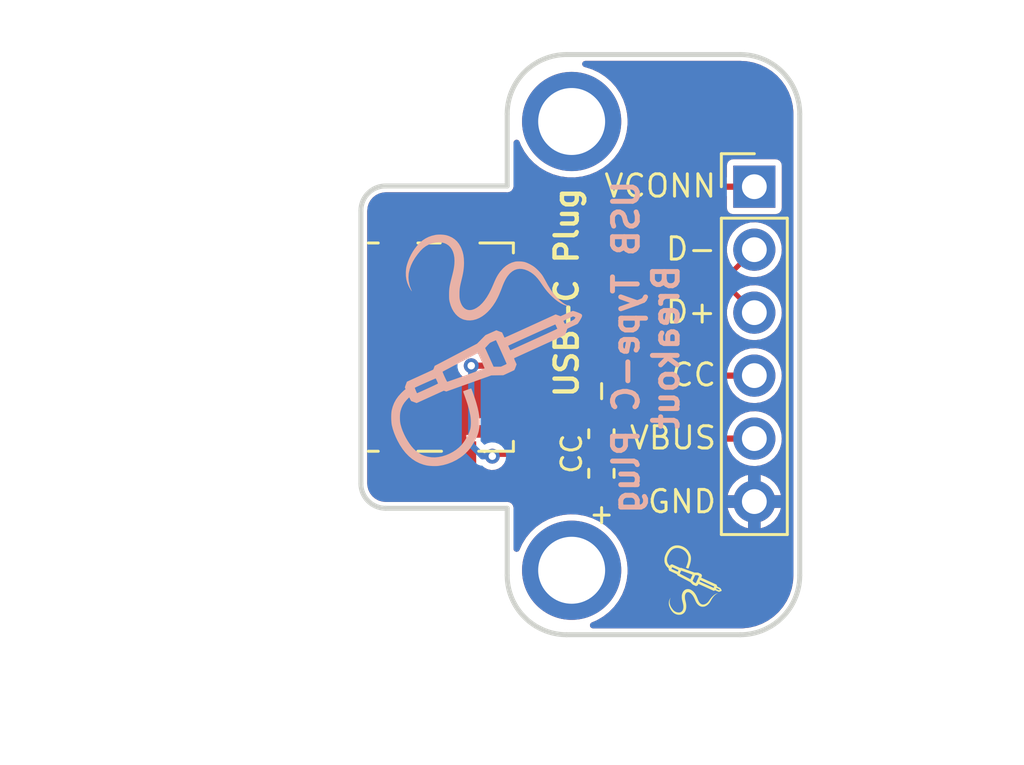
<source format=kicad_pcb>
(kicad_pcb (version 20201116) (generator pcbnew)
  (layers (0 "F.Cu" signal) (31 "B.Cu" signal) (34 "B.Paste" user) (35 "F.Paste" user) (36 "B.SilkS" user "B.Silkscreen") (37 "F.SilkS" user "F.Silkscreen") (38 "B.Mask" user) (39 "F.Mask" user) (44 "Edge.Cuts" user))
  (net 0 "")
  (net 1 "/D+")
  (net 2 "/D-")
  (net 3 "/VCONN")
  (net 4 "/CC")
  (net 5 "GND")
  (net 6 "VBUS")
  (footprint "Connector_USB_Extra:USB_C_Plug_UTC009-C12" (layer "F.Cu") (at 123.4 56 -90)
    (fp_text reference "P1" hide)
    (fp_text value "USB_C_Plug" hide)
    (fp_line (start 4.2 5.6) (end 4.2 5.2) (layer "F.SilkS") (width 0.12))
    (fp_line (start -4.2 -0.25) (end -4.2 1.1) (layer "F.SilkS") (width 0.12))
    (fp_line (start 4.2 3.6) (end 4.2 2.65) (layer "F.SilkS") (width 0.12))
    (fp_line (start -4.2 5.2) (end -4.2 5.6) (layer "F.SilkS") (width 0.12))
    (fp_line (start 4.2 1.15) (end 4.2 -0.25) (layer "F.SilkS") (width 0.12))
    (fp_line (start -3.8 -0.25) (end -4.2 -0.25) (layer "F.SilkS") (width 0.12))
    (fp_line (start -4.2 2.7) (end -4.2 3.6) (layer "F.SilkS") (width 0.12))
    (fp_line (start 4.2 -0.25) (end 3.8 -0.25) (layer "F.SilkS") (width 0.12))
    (pad "A1" smd rect (at 2.75 -0.2 270) (size 0.35 1.9) (layers "F.Cu" "F.Paste" "F.Mask") (net 5 "GND"))
    (pad "A4" smd rect (at 1.25 -0.2 270) (size 0.35 1.9) (layers "F.Cu" "F.Paste" "F.Mask") (net 6 "VBUS"))
    (pad "A5" smd rect (at 0.75 -0.2 270) (size 0.35 1.9) (layers "F.Cu" "F.Paste" "F.Mask") (net 4 "/CC"))
    (pad "A6" smd rect (at 0.25 -0.2 270) (size 0.35 1.9) (layers "F.Cu" "F.Paste" "F.Mask") (net 1 "/D+"))
    (pad "A7" smd rect (at -0.25 -0.2 270) (size 0.35 1.9) (layers "F.Cu" "F.Paste" "F.Mask") (net 2 "/D-"))
    (pad "A10" smd rect (at -1.75 -0.2 270) (size 0.35 1.9) (layers "F.Cu" "F.Paste" "F.Mask"))
    (pad "A11" smd rect (at -2.25 -0.2 270) (size 0.35 1.9) (layers "F.Cu" "F.Paste" "F.Mask"))
    (pad "B2" smd rect (at -2.75 -0.2 270) (size 0.35 1.9) (layers "F.Cu" "F.Paste" "F.Mask"))
    (pad "B3" smd rect (at -1.25 -0.2 270) (size 0.35 1.9) (layers "F.Cu" "F.Paste" "F.Mask"))
    (pad "B5" smd rect (at -0.75 -0.2 270) (size 0.35 1.9) (layers "F.Cu" "F.Paste" "F.Mask") (net 3 "/VCONN"))
    (pad "B9" smd rect (at 1.75 -0.2 270) (size 0.35 1.9) (layers "F.Cu" "F.Paste" "F.Mask") (net 6 "VBUS"))
    (pad "B12" smd rect (at 2.25 -0.2 270) (size 0.35 1.9) (layers "F.Cu" "F.Paste" "F.Mask") (net 5 "GND"))
    (pad "S1" smd rect (at 3.4 -0.1 270) (size 0.65 2.1) (layers "F.Cu" "F.Paste" "F.Mask") (net 5 "GND"))
    (pad "S1" smd rect (at 4.55 4.4 270) (size 1.5 1.4) (layers "F.Cu" "F.Paste" "F.Mask") (net 5 "GND"))
    (pad "S1" smd rect (at -3.4 -0.1 270) (size 0.65 2.1) (layers "F.Cu" "F.Paste" "F.Mask") (net 5 "GND"))
    (pad "S1" smd rect (at 4.55 1.9 270) (size 1.5 1.3) (layers "F.Cu" "F.Paste" "F.Mask") (net 5 "GND"))
    (pad "S1" smd rect (at -1.75 4.5 270) (size 1.2 1.2) (layers "F.Cu" "F.Paste" "F.Mask") (net 5 "GND"))
    (pad "S1" smd rect (at -4.55 4.4 270) (size 1.5 1.4) (layers "F.Cu" "F.Paste" "F.Mask") (net 5 "GND"))
    (pad "S1" smd rect (at -1.25 2.75 270) (size 1.2 1.2) (layers "F.Cu" "F.Paste" "F.Mask") (net 5 "GND"))
    (pad "S1" smd rect (at 1.25 2.75 270) (size 1.2 1.2) (layers "F.Cu" "F.Paste" "F.Mask") (net 5 "GND"))
    (pad "S1" smd rect (at -4.55 1.9 270) (size 1.5 1.4) (layers "F.Cu" "F.Paste" "F.Mask") (net 5 "GND"))
    (pad "S1" smd rect (at 1.75 4.5 270) (size 1.2 1.2) (layers "F.Cu" "F.Paste" "F.Mask") (net 5 "GND"))
  )
  (footprint "MountingHole:MountingHole_2.7mm_M2.5_DIN965_Pad" (layer "F.Cu") (at 126 46.9)
    (fp_text reference "REF**" hide)
    (fp_text value "MountingHole_2.7mm_M2.5_DIN965_Pad" hide)
    (pad "1" thru_hole circle (at 0 0) (size 4 4) (drill 2.7) (layers *.Cu *.Mask))
  )
  (footprint "Resistor_SMD:R_0603_1608Metric" (layer "F.Cu") (at 127.2 59.494 90)
    (fp_text reference "R2" hide)
    (fp_text value "PullDown" hide)
    (fp_line (start -0.162779 0.51) (end 0.162779 0.51) (layer "F.SilkS") (width 0.12))
    (fp_line (start -0.162779 -0.51) (end 0.162779 -0.51) (layer "F.SilkS") (width 0.12))
    (pad "1" smd roundrect (at -0.7875 0 90) (size 0.875 0.95) (layers "F.Cu" "F.Paste" "F.Mask") (net 4 "/CC"))
    (pad "2" smd roundrect (at 0.7875 0 90) (size 0.875 0.95) (layers "F.Cu" "F.Paste" "F.Mask") (net 5 "GND"))
  )
  (footprint "Resistor_SMD:R_0603_1608Metric" (layer "F.Cu") (at 127.2 61.091002 90)
    (fp_text reference "R1" hide)
    (fp_text value "PullUp" hide)
    (fp_line (start -0.162779 -0.51) (end 0.162779 -0.51) (layer "F.SilkS") (width 0.12))
    (fp_line (start -0.162779 0.51) (end 0.162779 0.51) (layer "F.SilkS") (width 0.12))
    (pad "1" smd roundrect (at -0.7875 0 90) (size 0.875 0.95) (layers "F.Cu" "F.Mask") (net 6 "VBUS"))
    (pad "2" smd roundrect (at 0.7875 0 90) (size 0.875 0.95) (layers "F.Cu" "F.Paste" "F.Mask") (net 4 "/CC"))
  )
  (footprint "Symbols_Extra:SolderParty-New-Logo_3x2.5mm_SilkScreen" (layer "F.Cu") (at 130.8 65.3 90)
    (fp_text reference "G***" hide)
    (fp_text value "LOGO" hide)
    (fp_poly (pts (xy 0.752071 -1.057092) (xy 0.777694 -1.055279) (xy 0.800215 -1.052563) (xy 0.811564 -1.050515) (xy 0.855793 -1.039186) (xy 0.902376 -1.023595) (xy 0.950042 -1.004262) (xy 0.997524 -0.98171) (xy 1.043551 -0.95646) (xy 1.050708 -0.952198) (xy 1.100755 -0.919156) (xy 1.145418 -0.883591) (xy 1.184674 -0.845532) (xy 1.218505 -0.805005) (xy 1.246887 -0.762038) (xy 1.269801 -0.716658) (xy 1.287224 -0.668893) (xy 1.29623 -0.633646) (xy 1.299888 -0.61164) (xy 1.302571 -0.585664) (xy 1.304198 -0.55768) (xy 1.30469 -0.529652) (xy 1.303968 -0.503543) (xy 1.302319 -0.484166) (xy 1.292649 -0.429016) (xy 1.277329 -0.374312) (xy 1.256697 -0.320864) (xy 1.231093 -0.269482) (xy 1.200855 -0.220976) (xy 1.180924 -0.193966) (xy 1.165271 -0.175276) (xy 1.147121 -0.155631) (xy 1.127879 -0.13642) (xy 1.10895 -0.119033) (xy 1.091738 -0.10486) (xy 1.088238 -0.102251) (xy 1.073857 -0.092305) (xy 1.055929 -0.080706) (xy 1.035858 -0.068289) (xy 1.015046 -0.055889) (xy 0.994896 -0.044342) (xy 0.976813 -0.034482) (xy 0.962199 -0.027145) (xy 0.961575 -0.026855) (xy 0.922942 -0.011177) (xy 0.883137 0.000537) (xy 0.841764 0.008279) (xy 0.798427 0.012043) (xy 0.752731 0.011821) (xy 0.70428 0.007607) (xy 0.652677 -0.000606) (xy 0.597528 -0.012825) (xy 0.538435 -0.029057) (xy 0.520541 -0.034504) (xy 0.507063 -0.038818) (xy 0.49082 -0.04422) (xy 0.472691 -0.050395) (xy 0.453554 -0.057032) (xy 0.43429 -0.063816) (xy 0.415776 -0.070434) (xy 0.398892 -0.076573) (xy 0.384516 -0.08192) (xy 0.373528 -0.086161) (xy 0.366806 -0.088984) (xy 0.365174 -0.089877) (xy 0.365625 -0.092997) (xy 0.367824 -0.1006) (xy 0.371371 -0.111565) (xy 0.375867 -0.124771) (xy 0.380912 -0.139099) (xy 0.386107 -0.153427) (xy 0.391051 -0.166637) (xy 0.395345 -0.177606) (xy 0.39859 -0.185215) (xy 0.400266 -0.18825) (xy 0.403221 -0.187541) (xy 0.410914 -0.185039) (xy 0.422463 -0.181046) (xy 0.436986 -0.17587) (xy 0.4536 -0.169815) (xy 0.454575 -0.169457) (xy 0.509367 -0.150011) (xy 0.560085 -0.133607) (xy 0.607661 -0.119975) (xy 0.653024 -0.108844) (xy 0.688554 -0.101521) (xy 0.71192 -0.098015) (xy 0.737772 -0.095663) (xy 0.764716 -0.094467) (xy 0.791358 -0.094429) (xy 0.816305 -0.095549) (xy 0.838163 -0.097831) (xy 0.855541 -0.101275) (xy 0.855661 -0.101309) (xy 0.888928 -0.112154) (xy 0.92282 -0.126618) (xy 0.95812 -0.145089) (xy 0.995613 -0.167961) (xy 1.0145 -0.180536) (xy 1.04816 -0.206926) (xy 1.079353 -0.238147) (xy 1.107727 -0.273443) (xy 1.13293 -0.312059) (xy 1.154614 -0.353243) (xy 1.172425 -0.396238) (xy 1.186013 -0.44029) (xy 1.195028 -0.484645) (xy 1.199118 -0.528549) (xy 1.197932 -0.571246) (xy 1.197634 -0.574254) (xy 1.19076 -0.617243) (xy 1.17924 -0.65721) (xy 1.162721 -0.694981) (xy 1.140852 -0.731383) (xy 1.117909 -0.761728) (xy 1.094551 -0.786729) (xy 1.066122 -0.811732) (xy 1.03353 -0.836228) (xy 0.997682 -0.859709) (xy 0.959486 -0.881665) (xy 0.919849 -0.901586) (xy 0.87968 -0.918965) (xy 0.839886 -0.933291) (xy 0.801374 -0.944055) (xy 0.787562 -0.947047) (xy 0.765195 -0.950339) (xy 0.739706 -0.952219) (xy 0.712869 -0.952704) (xy 0.686456 -0.951811) (xy 0.662243 -0.949556) (xy 0.642004 -0.945954) (xy 0.640981 -0.945702) (xy 0.602974 -0.933859) (xy 0.568446 -0.918044) (xy 0.536253 -0.897617) (xy 0.505253 -0.871941) (xy 0.499919 -0.866912) (xy 0.489724 -0.856947) (xy 0.481493 -0.848549) (xy 0.475994 -0.84253) (xy 0.473996 -0.839698) (xy 0.474037 -0.839603) (xy 0.477253 -0.837845) (xy 0.484416 -0.834127) (xy 0.494107 -0.829183) (xy 0.496318 -0.828065) (xy 0.517098 -0.817564) (xy 0.52969 -0.784009) (xy 0.542281 -0.750453) (xy 0.467397 -0.585993) (xy 0.392512 -0.421533) (xy 0.397495 -0.406532) (xy 0.402478 -0.39153) (xy 0.304983 -0.119374) (xy 0.207487 0.152783) (xy 0.20644 0.225654) (xy 0.205394 0.298524) (xy 0.175661 0.363029) (xy 0.16717 0.381368) (xy 0.159417 0.39796) (xy 0.152781 0.412) (xy 0.147646 0.422686) (xy 0.144391 0.429215) (xy 0.143487 0.430821) (xy 0.139849 0.433097) (xy 0.131758 0.436854) (xy 0.120413 0.441569) (xy 0.107161 0.446665) (xy 0.073278 0.459222) (xy 0.037389 0.442786) (xy 0.021364 0.435675) (xy 0.010063 0.43123) (xy 0.002932 0.429265) (xy -0.000586 0.429592) (xy -0.000922 0.429942) (xy -0.002462 0.433098) (xy -0.006322 0.441367) (xy -0.012342 0.454396) (xy -0.020362 0.471835) (xy -0.030221 0.493334) (xy -0.041759 0.51854) (xy -0.054814 0.547102) (xy -0.069227 0.57867) (xy -0.084837 0.612893) (xy -0.101482 0.649419) (xy -0.119004 0.687896) (xy -0.13724 0.727975) (xy -0.142379 0.739275) (xy -0.281415 1.045016) (xy -0.312471 1.056761) (xy -0.325829 1.061647) (xy -0.337748 1.065706) (xy -0.346731 1.068445) (xy -0.350719 1.069347) (xy -0.353383 1.070237) (xy -0.356218 1.072715) (xy -0.359599 1.077444) (xy -0.363902 1.085086) (xy -0.369501 1.096301) (xy -0.376773 1.111752) (xy -0.385222 1.130186) (xy -0.393459 1.148125) (xy -0.40112 1.164514) (xy -0.407775 1.178455) (xy -0.412993 1.189053) (xy -0.416344 1.195411) (xy -0.417033 1.196521) (xy -0.421104 1.20023) (xy -0.429341 1.206257) (xy -0.440726 1.213904) (xy -0.454237 1.222475) (xy -0.46162 1.226978) (xy -0.48036 1.237898) (xy -0.495063 1.245483) (xy -0.506543 1.249934) (xy -0.515612 1.251449) (xy -0.523083 1.250228) (xy -0.529768 1.246471) (xy -0.532353 1.244348) (xy -0.536162 1.239046) (xy -0.541275 1.229254) (xy -0.547209 1.216212) (xy -0.55348 1.201159) (xy -0.559607 1.185335) (xy -0.565105 1.169977) (xy -0.569492 1.156326) (xy -0.572284 1.14562) (xy -0.572827 1.14159) (xy -0.507023 1.14159) (xy -0.501805 1.155841) (xy -0.49828 1.163961) (xy -0.494997 1.169074) (xy -0.493563 1.169993) (xy -0.489482 1.168343) (xy -0.482553 1.164269) (xy -0.478605 1.161643) (xy -0.474185 1.158214) (xy -0.470133 1.153964) (xy -0.465957 1.148062) (xy -0.46117 1.139679) (xy -0.455282 1.127983) (xy -0.447804 1.112145) (xy -0.441973 1.099488) (xy -0.434388 1.082828) (xy -0.427734 1.068014) (xy -0.422393 1.055914) (xy -0.418749 1.047398) (xy -0.417185 1.043334) (xy -0.417154 1.043167) (xy -0.419579 1.040979) (xy -0.425791 1.037391) (xy -0.434018 1.03326) (xy -0.442486 1.029441) (xy -0.449422 1.026789) (xy -0.452576 1.026081) (xy -0.454456 1.028692) (xy -0.458367 1.035991) (xy -0.463914 1.047177) (xy -0.470704 1.061448) (xy -0.478343 1.078005) (xy -0.480984 1.083836) (xy -0.507023 1.14159) (xy -0.572827 1.14159) (xy -0.573046 1.139972) (xy -0.571819 1.134711) (xy -0.568351 1.124811) (xy -0.562957 1.11106) (xy -0.555957 1.094248) (xy -0.547665 1.075162) (xy -0.541086 1.060483) (xy -0.509127 0.990055) (xy -0.520088 0.960507) (xy -0.531048 0.930958) (xy -0.529271 0.927078) (xy -0.408995 0.927078) (xy -0.405418 0.929151) (xy -0.397971 0.932858) (xy -0.388203 0.937487) (xy -0.377661 0.942327) (xy -0.367892 0.946669) (xy -0.360443 0.949801) (xy -0.356877 0.951012) (xy -0.355435 0.948348) (xy -0.35168 0.940578) (xy -0.345776 0.928061) (xy -0.337889 0.911155) (xy -0.328185 0.890218) (xy -0.316828 0.865609) (xy -0.303984 0.837686) (xy -0.289817 0.806809) (xy -0.274493 0.773335) (xy -0.258178 0.737624) (xy -0.241036 0.700033) (xy -0.225908 0.666803) (xy -0.096592 0.382531) (xy -0.12372 0.369697) (xy -0.135182 0.364383) (xy -0.144397 0.360316) (xy -0.150181 0.358006) (xy -0.15155 0.357696) (xy -0.153376 0.361097) (xy -0.157428 0.369473) (xy -0.163506 0.382383) (xy -0.171412 0.399392) (xy -0.180949 0.420059) (xy -0.191918 0.443948) (xy -0.20412 0.470619) (xy -0.217359 0.499635) (xy -0.231435 0.530557) (xy -0.246151 0.562948) (xy -0.261308 0.596369) (xy -0.276709 0.630381) (xy -0.292155 0.664547) (xy -0.307447 0.698428) (xy -0.322389 0.731587) (xy -0.336782 0.763584) (xy -0.350427 0.793983) (xy -0.363127 0.822344) (xy -0.374683 0.848229) (xy -0.384897 0.8712) (xy -0.393571 0.89082) (xy -0.400508 0.906649) (xy -0.405508 0.918249) (xy -0.408374 0.925183) (xy -0.408995 0.927078) (xy -0.529271 0.927078) (xy -0.389844 0.622682) (xy -0.371295 0.582141) (xy -0.353485 0.54313) (xy -0.336571 0.505995) (xy -0.320708 0.471082) (xy -0.306052 0.438734) (xy -0.292758 0.4093) (xy -0.280982 0.383123) (xy -0.27088 0.36055) (xy -0.262607 0.341926) (xy -0.256319 0.327596) (xy -0.252173 0.317907) (xy -0.250322 0.313203) (xy -0.250246 0.312799) (xy -0.253475 0.310977) (xy -0.261 0.307264) (xy -0.271644 0.30223) (xy -0.282289 0.297325) (xy -0.312725 0.283457) (xy -0.325755 0.248414) (xy -0.338784 0.213371) (xy -0.336686 0.208657) (xy -0.217773 0.208657) (xy -0.217723 0.209312) (xy -0.214485 0.211094) (xy -0.206436 0.215008) (xy -0.194201 0.220771) (xy -0.178403 0.228101) (xy -0.159669 0.236717) (xy -0.138622 0.246336) (xy -0.115889 0.256677) (xy -0.092094 0.267457) (xy -0.067863 0.278395) (xy -0.043819 0.289209) (xy -0.020588 0.299617) (xy 0.001205 0.309338) (xy 0.020935 0.318088) (xy 0.037977 0.325587) (xy 0.051706 0.331553) (xy 0.061498 0.335703) (xy 0.066726 0.337755) (xy 0.067415 0.337923) (xy 0.069705 0.335021) (xy 0.073849 0.327703) (xy 0.079279 0.317043) (xy 0.085426 0.304116) (xy 0.086029 0.302804) (xy 0.101732 0.268522) (xy 0.102008 0.180762) (xy 0.033752 0.149915) (xy 0.011624 0.139911) (xy -0.011749 0.129341) (xy -0.03483 0.118899) (xy -0.056079 0.109282) (xy -0.073959 0.101185) (xy -0.079342 0.098746) (xy -0.12418 0.078425) (xy -0.153199 0.105181) (xy -0.164315 0.115497) (xy -0.173982 0.124593) (xy -0.181257 0.131573) (xy -0.185195 0.135538) (xy -0.185445 0.135825) (xy -0.188256 0.140423) (xy -0.19251 0.148793) (xy -0.19766 0.159692) (xy -0.203162 0.171878) (xy -0.20847 0.18411) (xy -0.213038 0.195145) (xy -0.216321 0.203741) (xy -0.217773 0.208657) (xy -0.336686 0.208657) (xy -0.280522 0.082507) (xy -0.228765 0.031503) (xy -0.186466 -0.01018) (xy -0.062676 -0.01018) (xy 0.027916 0.030824) (xy 0.049687 0.040614) (xy 0.069751 0.049515) (xy 0.087448 0.057242) (xy 0.102117 0.063512) (xy 0.113097 0.068042) (xy 0.119727 0.070547) (xy 0.121407 0.070951) (xy 0.122852 0.068056) (xy 0.126154 0.059938) (xy 0.131155 0.047023) (xy 0.137695 0.02974) (xy 0.145617 0.008516) (xy 0.154761 -0.01622) (xy 0.16497 -0.04404) (xy 0.176084 -0.074518) (xy 0.187944 -0.107225) (xy 0.200393 -0.141733) (xy 0.204526 -0.153228) (xy 0.217098 -0.188292) (xy 0.229049 -0.221761) (xy 0.240229 -0.253202) (xy 0.250483 -0.282178) (xy 0.259661 -0.308256) (xy 0.267609 -0.331001) (xy 0.274176 -0.349979) (xy 0.279209 -0.364754) (xy 0.282556 -0.374892) (xy 0.284064 -0.379959) (xy 0.284134 -0.380435) (xy 0.281345 -0.382827) (xy 0.274033 -0.387059) (xy 0.263154 -0.392696) (xy 0.249666 -0.399304) (xy 0.234525 -0.406447) (xy 0.218689 -0.413689) (xy 0.203114 -0.420594) (xy 0.188759 -0.426728) (xy 0.176579 -0.431656) (xy 0.167533 -0.43494) (xy 0.162576 -0.436148) (xy 0.161989 -0.436003) (xy 0.160255 -0.432998) (xy 0.155969 -0.425106) (xy 0.149361 -0.412758) (xy 0.140659 -0.396386) (xy 0.13009 -0.376422) (xy 0.117884 -0.353296) (xy 0.104267 -0.327441) (xy 0.089467 -0.299288) (xy 0.073715 -0.269268) (xy 0.061533 -0.246019) (xy 0.044859 -0.214188) (xy 0.028705 -0.183368) (xy 0.013333 -0.154058) (xy -0.000994 -0.126758) (xy -0.014013 -0.101968) (xy -0.025463 -0.080187) (xy -0.035081 -0.061915) (xy -0.042604 -0.047652) (xy -0.04777 -0.037897) (xy -0.049669 -0.034342) (xy -0.062676 -0.01018) (xy -0.186466 -0.01018) (xy -0.177007 -0.019501) (xy -0.042546 -0.276021) (xy 0.08518 -0.519693) (xy 0.24434 -0.519693) (xy 0.248044 -0.517433) (xy 0.25579 -0.513515) (xy 0.266107 -0.508607) (xy 0.277525 -0.503378) (xy 0.288574 -0.498496) (xy 0.297783 -0.49463) (xy 0.303682 -0.492449) (xy 0.304813 -0.492196) (xy 0.306687 -0.49481) (xy 0.310764 -0.502357) (xy 0.316784 -0.514301) (xy 0.324486 -0.530103) (xy 0.333612 -0.549224) (xy 0.343901 -0.571128) (xy 0.355095 -0.595275) (xy 0.365699 -0.618416) (xy 0.377389 -0.644123) (xy 0.388246 -0.668111) (xy 0.398028 -0.689838) (xy 0.406496 -0.708763) (xy 0.413406 -0.724344) (xy 0.418519 -0.736042) (xy 0.421592 -0.743314) (xy 0.422415 -0.745627) (xy 0.418273 -0.748132) (xy 0.410281 -0.751944) (xy 0.399785 -0.756522) (xy 0.388132 -0.761325) (xy 0.37667 -0.765809) (xy 0.366743 -0.769434) (xy 0.3597 -0.771656) (xy 0.356919 -0.771991) (xy 0.354818 -0.768362) (xy 0.350679 -0.760026) (xy 0.344798 -0.747644) (xy 0.33747 -0.731879) (xy 0.328991 -0.713395) (xy 0.319658 -0.692854) (xy 0.309765 -0.670918) (xy 0.299609 -0.648251) (xy 0.289484 -0.625515) (xy 0.279688 -0.603374) (xy 0.270516 -0.582489) (xy 0.262263 -0.563524) (xy 0.255225 -0.547142) (xy 0.249698 -0.534005) (xy 0.245978 -0.524775) (xy 0.24436 -0.520117) (xy 0.24434 -0.519693) (xy 0.08518 -0.519693) (xy 0.091916 -0.532542) (xy 0.113219 -0.540048) (xy 0.123843 -0.543987) (xy 0.132236 -0.547462) (xy 0.136781 -0.549797) (xy 0.137016 -0.549992) (xy 0.138686 -0.553099) (xy 0.14261 -0.561177) (xy 0.148559 -0.573735) (xy 0.156306 -0.590284) (xy 0.165622 -0.610331) (xy 0.176278 -0.633385) (xy 0.188046 -0.658956) (xy 0.200698 -0.686552) (xy 0.211516 -0.710224) (xy 0.283522 -0.868016) (xy 0.318025 -0.881127) (xy 0.33249 -0.886575) (xy 0.342563 -0.890093) (xy 0.349453 -0.891904) (xy 0.354368 -0.892228) (xy 0.358518 -0.891284) (xy 0.363028 -0.889334) (xy 0.373529 -0.88443) (xy 0.382394 -0.896) (xy 0.387746 -0.902329) (xy 0.396332 -0.911733) (xy 0.407099 -0.923089) (xy 0.418994 -0.935273) (xy 0.422897 -0.939195) (xy 0.460104 -0.972584) (xy 0.499516 -1.000464) (xy 0.541512 -1.02304) (xy 0.58647 -1.040519) (xy 0.630049 -1.052121) (xy 0.648629 -1.05503) (xy 0.671625 -1.056969) (xy 0.697533 -1.057949) (xy 0.724849 -1.057986)) (layer "F.SilkS") (width 0) (fill solid))
    (fp_poly (pts (xy -0.99572 -0.88058) (xy -0.953029 -0.87482) (xy -0.911996 -0.863663) (xy -0.871922 -0.846918) (xy -0.832108 -0.824392) (xy -0.830316 -0.823242) (xy -0.818724 -0.815511) (xy -0.812196 -0.810548) (xy -0.810772 -0.808404) (xy -0.814493 -0.80913) (xy -0.821315 -0.811862) (xy -0.840431 -0.82) (xy -0.855748 -0.826114) (xy -0.868873 -0.83079) (xy -0.881411 -0.834613) (xy -0.890016 -0.836921) (xy -0.935439 -0.845856) (xy -0.979555 -0.84896) (xy -1.022455 -0.84624) (xy -1.033939 -0.844491) (xy -1.079469 -0.83393) (xy -1.124804 -0.817875) (xy -1.170129 -0.79623) (xy -1.215626 -0.768898) (xy -1.261477 -0.735781) (xy -1.299886 -0.703875) (xy -1.330389 -0.673336) (xy -1.355606 -0.639959) (xy -1.37556 -0.603705) (xy -1.390274 -0.56453) (xy -1.399771 -0.522395) (xy -1.400059 -0.520541) (xy -1.403221 -0.483596) (xy -1.401158 -0.449406) (xy -1.394055 -0.418134) (xy -1.382097 -0.389941) (xy -1.36547 -0.364989) (xy -1.34436 -0.343441) (xy -1.318953 -0.325459) (xy -1.289433 -0.311205) (xy -1.255987 -0.30084) (xy -1.218799 -0.294527) (xy -1.178056 -0.292427) (xy -1.140751 -0.294079) (xy -1.122905 -0.295822) (xy -1.105346 -0.298069) (xy -1.087146 -0.301005) (xy -1.067377 -0.304815) (xy -1.045113 -0.309686) (xy -1.019426 -0.315802) (xy -0.989389 -0.323348) (xy -0.972077 -0.327813) (xy -0.939164 -0.336182) (xy -0.910891 -0.342918) (xy -0.886172 -0.348185) (xy -0.863922 -0.352148) (xy -0.843054 -0.354972) (xy -0.822484 -0.356819) (xy -0.801127 -0.357856) (xy -0.777896 -0.358247) (xy -0.771061 -0.358263) (xy -0.749904 -0.358187) (xy -0.733394 -0.357889) (xy -0.720179 -0.357252) (xy -0.708907 -0.35616) (xy -0.698225 -0.354495) (xy -0.686783 -0.352141) (xy -0.678711 -0.350283) (xy -0.637279 -0.338174) (xy -0.599335 -0.32231) (xy -0.565209 -0.302961) (xy -0.535231 -0.280398) (xy -0.509733 -0.254891) (xy -0.489045 -0.22671) (xy -0.473496 -0.196126) (xy -0.466815 -0.176885) (xy -0.459364 -0.140725) (xy -0.457725 -0.104142) (xy -0.461748 -0.067394) (xy -0.471284 -0.030738) (xy -0.486183 0.005568) (xy -0.506295 0.041266) (xy -0.531472 0.076099) (xy -0.561562 0.10981) (xy -0.596416 0.142141) (xy -0.635885 0.172834) (xy -0.679819 0.201631) (xy -0.690436 0.2079) (xy -0.728571 0.228338) (xy -0.77223 0.24873) (xy -0.820934 0.268862) (xy -0.847567 0.278961) (xy -0.886317 0.293884) (xy -0.91986 0.308261) (xy -0.948917 0.322494) (xy -0.974205 0.336987) (xy -0.996445 0.35214) (xy -1.016355 0.368356) (xy -1.029427 0.380692) (xy -1.051116 0.406137) (xy -1.067085 0.433317) (xy -1.07732 0.462111) (xy -1.081805 0.492396) (xy -1.080526 0.52405) (xy -1.073469 0.55695) (xy -1.06062 0.590976) (xy -1.055593 0.601465) (xy -1.038317 0.63192) (xy -1.01798 0.660209) (xy -0.993951 0.686998) (xy -0.965597 0.712954) (xy -0.932284 0.738743) (xy -0.911666 0.753066) (xy -0.879796 0.774836) (xy -0.852164 0.7946) (xy -0.827729 0.813206) (xy -0.805451 0.831506) (xy -0.784291 0.850349) (xy -0.76321 0.870584) (xy -0.744059 0.890048) (xy -0.713496 0.924144) (xy -0.687135 0.958463) (xy -0.665249 0.992527) (xy -0.648115 1.025861) (xy -0.636007 1.057985) (xy -0.629199 1.088424) (xy -0.62901 1.089836) (xy -0.628272 1.098543) (xy -0.628605 1.103539) (xy -0.629826 1.104029) (xy -0.631416 1.100337) (xy -0.632984 1.095219) (xy -0.635431 1.087105) (xy -0.636187 1.084586) (xy -0.644754 1.062952) (xy -0.657952 1.039103) (xy -0.67522 1.01383) (xy -0.695998 0.987928) (xy -0.719724 0.962188) (xy -0.729751 0.952273) (xy -0.764044 0.921449) (xy -0.801629 0.891991) (xy -0.843216 0.863406) (xy -0.889512 0.8352) (xy -0.930074 0.812759) (xy -0.947264 0.803438) (xy -0.964925 0.793565) (xy -0.981342 0.784119) (xy -0.9948 0.776076) (xy -0.998794 0.773583) (xy -1.016688 0.760871) (xy -1.036592 0.744479) (xy -1.057147 0.725692) (xy -1.076995 0.705795) (xy -1.094776 0.686074) (xy -1.105797 0.67236) (xy -1.119238 0.652755) (xy -1.13261 0.630095) (xy -1.14499 0.606185) (xy -1.155458 0.582829) (xy -1.163092 0.56183) (xy -1.164205 0.558044) (xy -1.168212 0.53924) (xy -1.170971 0.517054) (xy -1.172396 0.493466) (xy -1.172406 0.470459) (xy -1.170916 0.450015) (xy -1.169201 0.439485) (xy -1.157902 0.400812) (xy -1.140962 0.364112) (xy -1.118429 0.329462) (xy -1.090354 0.296936) (xy -1.056787 0.266609) (xy -1.051583 0.262489) (xy -1.034193 0.249388) (xy -1.017226 0.237663) (xy -0.999737 0.2268) (xy -0.980776 0.216288) (xy -0.959397 0.205614) (xy -0.934651 0.194264) (xy -0.905591 0.181727) (xy -0.891071 0.175651) (xy -0.834795 0.15071) (xy -0.784355 0.12504) (xy -0.739618 0.098557) (xy -0.700453 0.071173) (xy -0.666729 0.042803) (xy -0.638315 0.013361) (xy -0.631469 0.005133) (xy -0.610749 -0.023903) (xy -0.595803 -0.052092) (xy -0.586559 -0.079192) (xy -0.582944 -0.104958) (xy -0.584884 -0.129147) (xy -0.592308 -0.151517) (xy -0.605141 -0.171823) (xy -0.62331 -0.189824) (xy -0.646744 -0.205274) (xy -0.675369 -0.217932) (xy -0.700677 -0.225567) (xy -0.712105 -0.228199) (xy -0.722912 -0.230053) (xy -0.734541 -0.231252) (xy -0.748438 -0.231919) (xy -0.766046 -0.232176) (xy -0.778562 -0.232185) (xy -0.799563 -0.23194) (xy -0.818375 -0.231195) (xy -0.836143 -0.22978) (xy -0.854012 -0.227526) (xy -0.873126 -0.224265) (xy -0.894631 -0.219826) (xy -0.919672 -0.214041) (xy -0.9476 -0.207188) (xy -0.987573 -0.197643) (xy -1.023211 -0.190147) (xy -1.055749 -0.184524) (xy -1.086425 -0.180597) (xy -1.116475 -0.17819) (xy -1.147137 -0.177126) (xy -1.159207 -0.177038) (xy -1.206394 -0.178867) (xy -1.249756 -0.184545) (xy -1.290229 -0.194271) (xy -1.328752 -0.208246) (xy -1.348607 -0.217398) (xy -1.383639 -0.237719) (xy -1.413988 -0.261735) (xy -1.439768 -0.289583) (xy -1.461093 -0.3214) (xy -1.478077 -0.357323) (xy -1.486862 -0.383007) (xy -1.491901 -0.405261) (xy -1.495267 -0.431341) (xy -1.496877 -0.459286) (xy -1.496648 -0.487133) (xy -1.494496 -0.512924) (xy -1.49284 -0.523541) (xy -1.48259 -0.56676) (xy -1.468232 -0.606875) (xy -1.44949 -0.644257) (xy -1.42609 -0.679282) (xy -1.397754 -0.712324) (xy -1.364207 -0.743755) (xy -1.325174 -0.773951) (xy -1.291596 -0.796349) (xy -1.25401 -0.817973) (xy -1.213642 -0.837547) (xy -1.172232 -0.854344) (xy -1.131524 -0.867637) (xy -1.104087 -0.874533) (xy -1.092182 -0.87655) (xy -1.076333 -0.878464) (xy -1.058593 -0.88006) (xy -1.041018 -0.881125) (xy -1.040768 -0.881135)) (layer "F.SilkS") (width 0) (fill solid))
  )
  (footprint "MountingHole:MountingHole_2.7mm_M2.5_DIN965_Pad" (layer "F.Cu") (at 126 65)
    (fp_text reference "REF**" hide)
    (fp_text value "MountingHole_2.7mm_M2.5_DIN965_Pad" hide)
    (pad "1" thru_hole circle (at 0 0) (size 4 4) (drill 2.7) (layers *.Cu *.Mask))
  )
  (footprint "Connector_PinHeader_2.54mm:PinHeader_1x06_P2.54mm_Vertical" (layer "F.Cu") (at 133.368 49.53)
    (fp_text reference "J1" hide)
    (fp_text value "Conn_01x06" hide)
    (fp_line (start -1.33 1.27) (end -1.33 14.03) (layer "F.SilkS") (width 0.12))
    (fp_line (start 1.33 1.27) (end 1.33 14.03) (layer "F.SilkS") (width 0.12))
    (fp_line (start -1.33 -1.33) (end 0 -1.33) (layer "F.SilkS") (width 0.12))
    (fp_line (start -1.33 14.03) (end 1.33 14.03) (layer "F.SilkS") (width 0.12))
    (fp_line (start -1.33 1.27) (end 1.33 1.27) (layer "F.SilkS") (width 0.12))
    (fp_line (start -1.33 0) (end -1.33 -1.33) (layer "F.SilkS") (width 0.12))
    (pad "1" thru_hole rect (at 0 0) (size 1.7 1.7) (drill 1) (layers *.Cu *.Mask) (net 3 "/VCONN"))
    (pad "2" thru_hole oval (at 0 2.54) (size 1.7 1.7) (drill 1) (layers *.Cu *.Mask) (net 2 "/D-"))
    (pad "3" thru_hole oval (at 0 5.08) (size 1.7 1.7) (drill 1) (layers *.Cu *.Mask) (net 1 "/D+"))
    (pad "4" thru_hole oval (at 0 7.62) (size 1.7 1.7) (drill 1) (layers *.Cu *.Mask) (net 4 "/CC"))
    (pad "5" thru_hole oval (at 0 10.16) (size 1.7 1.7) (drill 1) (layers *.Cu *.Mask) (net 6 "VBUS"))
    (pad "6" thru_hole oval (at 0 12.7) (size 1.7 1.7) (drill 1) (layers *.Cu *.Mask) (net 5 "GND"))
  )
  (footprint "Symbols_Extra:SolderParty-New-Logo_10x8.5mm_SilkScreen" (layer "B.Cu") (at 122.25 56.45 -90)
    (fp_text reference "G***" hide)
    (fp_text value "LOGO" hide)
    (fp_poly (pts (xy 2.506706 3.524751) (xy 2.59211 3.518708) (xy 2.667176 3.50965) (xy 2.705 3.502822) (xy 2.85242 3.465047) (xy 3.007683 3.413059) (xy 3.166558 3.348597) (xy 3.324818 3.2734) (xy 3.478232 3.189207) (xy 3.502083 3.174995) (xy 3.668895 3.064819) (xy 3.817759 2.946234) (xy 3.948605 2.81933) (xy 4.061363 2.684198) (xy 4.155964 2.54093) (xy 4.232336 2.389616) (xy 4.290411 2.230347) (xy 4.320426 2.112822) (xy 4.332618 2.039445) (xy 4.341561 1.952829) (xy 4.346985 1.859521) (xy 4.348627 1.766065) (xy 4.346218 1.679007) (xy 4.340722 1.614397) (xy 4.308492 1.430506) (xy 4.257429 1.248102) (xy 4.188663 1.069885) (xy 4.103321 0.898558) (xy 4.002535 0.736821) (xy 3.936103 0.646757) (xy 3.88393 0.584441) (xy 3.823436 0.518936) (xy 3.759302 0.454879) (xy 3.696209 0.396904) (xy 3.63884 0.349646) (xy 3.627175 0.340945) (xy 3.579243 0.307783) (xy 3.519488 0.269108) (xy 3.452588 0.227705) (xy 3.38322 0.186359) (xy 3.316061 0.147855) (xy 3.255788 0.114979) (xy 3.207079 0.090515) (xy 3.205 0.089548) (xy 3.076232 0.03727) (xy 2.943559 -0.001788) (xy 2.80566 -0.027604) (xy 2.661216 -0.040153) (xy 2.508907 -0.039414) (xy 2.347415 -0.025363) (xy 2.17542 0.002023) (xy 1.991602 0.042765) (xy 1.794643 0.096888) (xy 1.735 0.115052) (xy 1.690077 0.129437) (xy 1.635938 0.147448) (xy 1.575513 0.16804) (xy 1.51173 0.190168) (xy 1.44752 0.212788) (xy 1.385812 0.234855) (xy 1.329535 0.255326) (xy 1.28162 0.273154) (xy 1.244996 0.287297) (xy 1.222592 0.296709) (xy 1.217152 0.299688) (xy 1.218655 0.310091) (xy 1.225984 0.33544) (xy 1.237808 0.372001) (xy 1.252793 0.416036) (xy 1.269609 0.46381) (xy 1.286922 0.511588) (xy 1.303402 0.555633) (xy 1.317714 0.592209) (xy 1.328529 0.617581) (xy 1.334117 0.627698) (xy 1.343964 0.625337) (xy 1.369606 0.616992) (xy 1.4081 0.60368) (xy 1.456506 0.586421) (xy 1.511883 0.566232) (xy 1.51513 0.565035) (xy 1.697756 0.500196) (xy 1.866805 0.445499) (xy 2.025378 0.400044) (xy 2.176576 0.362931) (xy 2.295 0.33851) (xy 2.372882 0.326821) (xy 2.459048 0.31898) (xy 2.548852 0.314992) (xy 2.637652 0.314863) (xy 2.720802 0.3186) (xy 2.793659 0.326208) (xy 2.851579 0.337693) (xy 2.85198 0.337804) (xy 2.962862 0.373968) (xy 3.075825 0.422194) (xy 3.193482 0.483786) (xy 3.318449 0.560048) (xy 3.3814 0.601978) (xy 3.493593 0.689974) (xy 3.59756 0.794074) (xy 3.692132 0.911764) (xy 3.776138 1.040528) (xy 3.848409 1.177849) (xy 3.907776 1.321211) (xy 3.953067 1.468099) (xy 3.983114 1.615996) (xy 3.996746 1.762387) (xy 3.992794 1.904755) (xy 3.991799 1.914785) (xy 3.968889 2.058126) (xy 3.93049 2.191392) (xy 3.875432 2.317336) (xy 3.802543 2.438714) (xy 3.72607 2.539897) (xy 3.648216 2.623258) (xy 3.553461 2.706627) (xy 3.444829 2.788308) (xy 3.325345 2.866601) (xy 3.198035 2.93981) (xy 3.065924 3.006237) (xy 2.932037 3.064183) (xy 2.7994 3.111952) (xy 2.671037 3.147845) (xy 2.625 3.157821) (xy 2.550451 3.168796) (xy 2.465494 3.175065) (xy 2.376042 3.176683) (xy 2.288008 3.173705) (xy 2.207305 3.166185) (xy 2.139846 3.154176) (xy 2.136436 3.153336) (xy 2.009756 3.113847) (xy 1.894671 3.061111) (xy 1.78737 2.993001) (xy 1.684045 2.907386) (xy 1.666268 2.890618) (xy 1.632285 2.857391) (xy 1.60485 2.829391) (xy 1.586522 2.809319) (xy 1.579862 2.799876) (xy 1.58 2.799561) (xy 1.59072 2.793699) (xy 1.614592 2.781303) (xy 1.646895 2.764817) (xy 1.654263 2.761088) (xy 1.723526 2.726074) (xy 1.807462 2.502302) (xy 1.557867 1.953928) (xy 1.308271 1.405554) (xy 1.341489 1.305514) (xy 1.016529 0.398039) (xy 0.69157 -0.509436) (xy 0.688081 -0.752414) (xy 0.684592 -0.995391) (xy 0.585492 -1.210476) (xy 0.557191 -1.271627) (xy 0.531347 -1.326949) (xy 0.509232 -1.373764) (xy 0.492115 -1.409396) (xy 0.481267 -1.431167) (xy 0.478252 -1.436522) (xy 0.466128 -1.444108) (xy 0.439159 -1.456636) (xy 0.401347 -1.472358) (xy 0.357176 -1.489351) (xy 0.24424 -1.531219) (xy 0.12462 -1.476416) (xy 0.071207 -1.452707) (xy 0.033541 -1.437886) (xy 0.009772 -1.431331) (xy -0.001951 -1.432424) (xy -0.003073 -1.433591) (xy -0.008204 -1.444114) (xy -0.02107 -1.471684) (xy -0.041137 -1.515129) (xy -0.067868 -1.573279) (xy -0.100729 -1.644962) (xy -0.139184 -1.729008) (xy -0.182699 -1.824247) (xy -0.230738 -1.929507) (xy -0.282766 -2.043618) (xy -0.338247 -2.165409) (xy -0.396647 -2.293709) (xy -0.457431 -2.427347) (xy -0.47456 -2.465025) (xy -0.937974 -3.484482) (xy -1.041487 -3.523645) (xy -1.086011 -3.539937) (xy -1.125736 -3.55347) (xy -1.155679 -3.562604) (xy -1.168971 -3.565611) (xy -1.177849 -3.568578) (xy -1.187298 -3.576842) (xy -1.198568 -3.592611) (xy -1.212909 -3.61809) (xy -1.231574 -3.655486) (xy -1.255811 -3.707005) (xy -1.283971 -3.768472) (xy -1.311427 -3.828287) (xy -1.336962 -3.882933) (xy -1.359142 -3.92942) (xy -1.376533 -3.964758) (xy -1.387704 -3.985957) (xy -1.39 -3.989657) (xy -1.403567 -4.002025) (xy -1.431025 -4.02212) (xy -1.468971 -4.047619) (xy -1.514004 -4.076197) (xy -1.53861 -4.091212) (xy -1.601072 -4.127624) (xy -1.650079 -4.152917) (xy -1.688342 -4.167757) (xy -1.71857 -4.172809) (xy -1.743471 -4.168738) (xy -1.765754 -4.156211) (xy -1.77437 -4.149133) (xy -1.787066 -4.131452) (xy -1.804107 -4.098803) (xy -1.823885 -4.055316) (xy -1.844789 -4.005124) (xy -1.865209 -3.952359) (xy -1.883534 -3.901151) (xy -1.898156 -3.855632) (xy -1.907463 -3.819934) (xy -1.909273 -3.806498) (xy -1.689944 -3.806498) (xy -1.672551 -3.854017) (xy -1.660802 -3.881091) (xy -1.649861 -3.898141) (xy -1.645079 -3.901203) (xy -1.631476 -3.895702) (xy -1.608384 -3.882117) (xy -1.595224 -3.873361) (xy -1.580493 -3.861928) (xy -1.566985 -3.847756) (xy -1.553068 -3.828078) (xy -1.537113 -3.800125) (xy -1.517487 -3.761127) (xy -1.49256 -3.708316) (xy -1.473127 -3.666112) (xy -1.447845 -3.610563) (xy -1.425665 -3.561167) (xy -1.407865 -3.520821) (xy -1.39572 -3.492424) (xy -1.390508 -3.478875) (xy -1.390404 -3.478319) (xy -1.398485 -3.47102) (xy -1.419191 -3.459058) (xy -1.446612 -3.445283) (xy -1.474836 -3.432549) (xy -1.497954 -3.423708) (xy -1.508467 -3.421346) (xy -1.514733 -3.430052) (xy -1.527768 -3.454389) (xy -1.546258 -3.491687) (xy -1.56889 -3.539274) (xy -1.594351 -3.59448) (xy -1.603154 -3.613922) (xy -1.689944 -3.806498) (xy -1.909273 -3.806498) (xy -1.91 -3.801102) (xy -1.905912 -3.783559) (xy -1.894352 -3.750548) (xy -1.876376 -3.704698) (xy -1.853042 -3.64864) (xy -1.825406 -3.585002) (xy -1.803478 -3.536056) (xy -1.696956 -3.301223) (xy -1.733489 -3.202696) (xy -1.770021 -3.10417) (xy -1.764097 -3.09123) (xy -1.36321 -3.09123) (xy -1.351286 -3.098145) (xy -1.326466 -3.110504) (xy -1.293908 -3.125939) (xy -1.258769 -3.142079) (xy -1.226208 -3.156555) (xy -1.201381 -3.166998) (xy -1.189494 -3.171036) (xy -1.184689 -3.162154) (xy -1.172172 -3.136247) (xy -1.152495 -3.094509) (xy -1.126209 -3.038137) (xy -1.093863 -2.968325) (xy -1.05601 -2.88627) (xy -1.013198 -2.793166) (xy -0.96598 -2.690209) (xy -0.914906 -2.578595) (xy -0.860525 -2.459519) (xy -0.80339 -2.334176) (xy -0.752968 -2.223375) (xy -0.321948 -1.275502) (xy -0.412366 -1.23271) (xy -0.450572 -1.214989) (xy -0.481283 -1.20143) (xy -0.500563 -1.193729) (xy -0.505125 -1.192694) (xy -0.511214 -1.204035) (xy -0.524718 -1.231961) (xy -0.544976 -1.275011) (xy -0.571328 -1.331723) (xy -0.603114 -1.400637) (xy -0.639674 -1.48029) (xy -0.680346 -1.569223) (xy -0.724471 -1.665973) (xy -0.771389 -1.76908) (xy -0.820437 -1.877083) (xy -0.870958 -1.98852) (xy -0.922289 -2.10193) (xy -0.973771 -2.215853) (xy -1.024743 -2.328826) (xy -1.074545 -2.439389) (xy -1.122517 -2.546081) (xy -1.167997 -2.647441) (xy -1.210326 -2.742007) (xy -1.248843 -2.828318) (xy -1.282888 -2.904914) (xy -1.311801 -2.970332) (xy -1.33492 -3.023113) (xy -1.351586 -3.061794) (xy -1.361139 -3.084914) (xy -1.36321 -3.09123) (xy -1.764097 -3.09123) (xy -1.299377 -2.076258) (xy -1.237551 -1.94108) (xy -1.17819 -1.811003) (xy -1.121814 -1.687181) (xy -1.068942 -1.570765) (xy -1.020091 -1.462907) (xy -0.975781 -1.364761) (xy -0.936532 -1.277477) (xy -0.90286 -1.202209) (xy -0.875287 -1.140109) (xy -0.85433 -1.092329) (xy -0.840509 -1.060021) (xy -0.834342 -1.044338) (xy -0.834087 -1.042991) (xy -0.844848 -1.036913) (xy -0.86993 -1.024534) (xy -0.905407 -1.007748) (xy -0.940888 -0.991394) (xy -1.042335 -0.945154) (xy -1.129191 -0.711458) (xy -1.122197 -0.695742) (xy -0.725853 -0.695742) (xy -0.725685 -0.697923) (xy -0.714895 -0.703867) (xy -0.688066 -0.716917) (xy -0.647283 -0.736133) (xy -0.594629 -0.760575) (xy -0.532186 -0.789303) (xy -0.462038 -0.821377) (xy -0.386267 -0.855856) (xy -0.306957 -0.891802) (xy -0.22619 -0.928274) (xy -0.14605 -0.964333) (xy -0.06862 -0.999038) (xy 0.004017 -1.031449) (xy 0.069778 -1.060626) (xy 0.126581 -1.085631) (xy 0.172341 -1.105522) (xy 0.204977 -1.119359) (xy 0.222404 -1.126204) (xy 0.2247 -1.126764) (xy 0.232331 -1.117085) (xy 0.246145 -1.092685) (xy 0.264244 -1.057142) (xy 0.284732 -1.014037) (xy 0.28674 -1.009664) (xy 0.339081 -0.895352) (xy 0.33954 -0.74904) (xy 0.34 -0.602729) (xy 0.1125 -0.499871) (xy 0.038745 -0.466516) (xy -0.03916 -0.43127) (xy -0.116089 -0.396453) (xy -0.186915 -0.364385) (xy -0.246511 -0.337387) (xy -0.26445 -0.329255) (xy -0.4139 -0.261498) (xy -0.510623 -0.350712) (xy -0.547673 -0.385108) (xy -0.579895 -0.415439) (xy -0.604142 -0.438712) (xy -0.617267 -0.451934) (xy -0.618101 -0.452889) (xy -0.627471 -0.468223) (xy -0.641648 -0.496131) (xy -0.658815 -0.532473) (xy -0.677153 -0.573106) (xy -0.694844 -0.613891) (xy -0.710069 -0.650686) (xy -0.721012 -0.67935) (xy -0.725853 -0.695742) (xy -1.122197 -0.695742) (xy -1.032096 -0.493283) (xy -0.935 -0.275108) (xy -0.621505 0.033946) (xy -0.208904 0.033946) (xy 0.093048 -0.102778) (xy 0.16561 -0.135422) (xy 0.232487 -0.165099) (xy 0.291472 -0.190865) (xy 0.340365 -0.211772) (xy 0.376962 -0.226876) (xy 0.399059 -0.235229) (xy 0.40466 -0.236577) (xy 0.409476 -0.226924) (xy 0.420481 -0.199853) (xy 0.437148 -0.156791) (xy 0.458948 -0.099162) (xy 0.485352 -0.028395) (xy 0.515831 0.054084) (xy 0.549856 0.146849) (xy 0.5869 0.248473) (xy 0.626432 0.35753) (xy 0.667925 0.472593) (xy 0.681701 0.510922) (xy 0.723603 0.627839) (xy 0.763438 0.739439) (xy 0.800699 0.844273) (xy 0.834878 0.940892) (xy 0.865468 1.027847) (xy 0.89196 1.103687) (xy 0.913848 1.166965) (xy 0.930623 1.216231) (xy 0.941778 1.250036) (xy 0.946806 1.26693) (xy 0.94704 1.268519) (xy 0.937745 1.276493) (xy 0.913373 1.290604) (xy 0.877113 1.309403) (xy 0.832155 1.331436) (xy 0.781689 1.355252) (xy 0.728906 1.379399) (xy 0.676996 1.402425) (xy 0.629148 1.422878) (xy 0.588552 1.439307) (xy 0.558399 1.45026) (xy 0.541879 1.454285) (xy 0.539922 1.453804) (xy 0.53414 1.443783) (xy 0.519857 1.417467) (xy 0.497833 1.376295) (xy 0.468828 1.321705) (xy 0.433601 1.255137) (xy 0.392915 1.178028) (xy 0.347528 1.091817) (xy 0.298202 0.997943) (xy 0.245697 0.897843) (xy 0.205094 0.820323) (xy 0.149519 0.714187) (xy 0.095677 0.61142) (xy 0.044442 0.513689) (xy -0.003311 0.422661) (xy -0.046707 0.340001) (xy -0.08487 0.267375) (xy -0.116927 0.20645) (xy -0.142002 0.158892) (xy -0.15922 0.126366) (xy -0.165549 0.114512) (xy -0.208904 0.033946) (xy -0.621505 0.033946) (xy -0.589978 0.065026) (xy 0.283916 1.732859) (xy 0.814403 1.732859) (xy 0.826749 1.725323) (xy 0.852567 1.712258) (xy 0.886955 1.695893) (xy 0.925012 1.678457) (xy 0.961838 1.662179) (xy 0.992532 1.649289) (xy 1.012194 1.642015) (xy 1.015963 1.641173) (xy 1.022211 1.649887) (xy 1.0358 1.675054) (xy 1.055863 1.714879) (xy 1.081536 1.767568) (xy 1.111953 1.831326) (xy 1.146248 1.90436) (xy 1.183558 1.984875) (xy 1.218902 2.06204) (xy 1.257864 2.147756) (xy 1.294051 2.22774) (xy 1.326658 2.300186) (xy 1.35488 2.363289) (xy 1.377914 2.415244) (xy 1.394954 2.454248) (xy 1.405198 2.478495) (xy 1.407939 2.48621) (xy 1.394133 2.49456) (xy 1.367495 2.507272) (xy 1.332512 2.522538) (xy 1.293674 2.538551) (xy 1.255468 2.553504) (xy 1.222383 2.565589) (xy 1.198907 2.572998) (xy 1.189638 2.574115) (xy 1.182635 2.562016) (xy 1.168839 2.534219) (xy 1.149236 2.492932) (xy 1.124812 2.440368) (xy 1.096553 2.378734) (xy 1.065443 2.310241) (xy 1.03247 2.2371) (xy 0.998618 2.16152) (xy 0.964873 2.08571) (xy 0.932222 2.011882) (xy 0.901649 1.942245) (xy 0.874141 1.879008) (xy 0.850683 1.824383) (xy 0.832262 1.780578) (xy 0.819862 1.749804) (xy 0.81447 1.734271) (xy 0.814403 1.732859) (xy 0.283916 1.732859) (xy 0.306364 1.7757) (xy 0.377366 1.800728) (xy 0.412778 1.813864) (xy 0.440753 1.825452) (xy 0.455902 1.833238) (xy 0.456684 1.833888) (xy 0.46225 1.844245) (xy 0.475329 1.87118) (xy 0.495159 1.913056) (xy 0.52098 1.968234) (xy 0.552029 2.035078) (xy 0.587547 2.11195) (xy 0.626772 2.197213) (xy 0.668942 2.289228) (xy 0.705 2.368161) (xy 0.945 2.894301) (xy 1.06 2.938019) (xy 1.108215 2.956182) (xy 1.141788 2.967914) (xy 1.164751 2.973952) (xy 1.181133 2.975031) (xy 1.194967 2.971885) (xy 1.21 2.965383) (xy 1.245 2.949031) (xy 1.274546 2.987611) (xy 1.292385 3.008713) (xy 1.321003 3.040069) (xy 1.35689 3.077933) (xy 1.396536 3.118561) (xy 1.409546 3.131637) (xy 1.533559 3.24297) (xy 1.664924 3.335932) (xy 1.8049 3.411211) (xy 1.954746 3.469493) (xy 2.1 3.508177) (xy 2.161928 3.517877) (xy 2.238574 3.524341) (xy 2.324926 3.527611) (xy 2.415974 3.527733)) (layer "B.SilkS") (width 0) (fill solid))
    (fp_poly (pts (xy -3.318804 2.936192) (xy -3.176512 2.916987) (xy -3.039747 2.879787) (xy -2.906177 2.823952) (xy -2.773475 2.74884) (xy -2.767501 2.745005) (xy -2.728865 2.719229) (xy -2.707107 2.702681) (xy -2.702361 2.695532) (xy -2.714763 2.697953) (xy -2.7375 2.70706) (xy -2.801214 2.734195) (xy -2.852268 2.754582) (xy -2.896015 2.770173) (xy -2.937805 2.782922) (xy -2.966485 2.790617) (xy -3.117884 2.820409) (xy -3.264925 2.830762) (xy -3.407915 2.821691) (xy -3.446191 2.815858) (xy -3.597944 2.780645) (xy -3.749052 2.727113) (xy -3.900122 2.654939) (xy -4.051765 2.563802) (xy -4.20459 2.453379) (xy -4.33261 2.34699) (xy -4.434279 2.245161) (xy -4.51833 2.133872) (xy -4.58484 2.012985) (xy -4.633883 1.882362) (xy -4.665534 1.741866) (xy -4.666494 1.735684) (xy -4.677034 1.612495) (xy -4.670157 1.498494) (xy -4.646482 1.39422) (xy -4.606626 1.300214) (xy -4.551208 1.217017) (xy -4.480847 1.145168) (xy -4.396162 1.085208) (xy -4.29777 1.037677) (xy -4.186291 1.003117) (xy -4.062343 0.982067) (xy -3.926545 0.975067) (xy -3.802205 0.980574) (xy -3.742722 0.986386) (xy -3.684196 0.993878) (xy -3.623533 1.003667) (xy -3.557643 1.016373) (xy -3.483436 1.032612) (xy -3.397819 1.053005) (xy -3.297702 1.07817) (xy -3.24 1.093056) (xy -3.130301 1.120962) (xy -3.036064 1.143422) (xy -2.953674 1.160985) (xy -2.879511 1.174199) (xy -2.809959 1.183613) (xy -2.741398 1.189775) (xy -2.670212 1.193232) (xy -2.592783 1.194534) (xy -2.57 1.194587) (xy -2.499481 1.194334) (xy -2.444452 1.193341) (xy -2.400405 1.191218) (xy -2.362835 1.187576) (xy -2.327234 1.182025) (xy -2.289094 1.174175) (xy -2.262191 1.167981) (xy -2.124095 1.127605) (xy -1.997624 1.074708) (xy -1.883879 1.010191) (xy -1.783963 0.934957) (xy -1.698976 0.849906) (xy -1.630019 0.75594) (xy -1.578195 0.653962) (xy -1.555928 0.589806) (xy -1.531092 0.469234) (xy -1.525629 0.347252) (xy -1.539038 0.22472) (xy -1.570823 0.102495) (xy -1.620482 -0.018562) (xy -1.687518 -0.137595) (xy -1.771432 -0.253743) (xy -1.871724 -0.366147) (xy -1.987896 -0.47395) (xy -2.119449 -0.576292) (xy -2.265884 -0.672315) (xy -2.30127 -0.693215) (xy -2.42838 -0.761364) (xy -2.573895 -0.829361) (xy -2.736231 -0.896488) (xy -2.825 -0.930162) (xy -2.954156 -0.97992) (xy -3.065959 -1.027858) (xy -3.162806 -1.075318) (xy -3.247095 -1.123641) (xy -3.321222 -1.174168) (xy -3.387583 -1.228239) (xy -3.431153 -1.26937) (xy -3.503445 -1.354215) (xy -3.556671 -1.444845) (xy -3.590782 -1.540854) (xy -3.605731 -1.641835) (xy -3.60147 -1.74738) (xy -3.577949 -1.857084) (xy -3.535121 -1.970538) (xy -3.518365 -2.005514) (xy -3.460783 -2.107063) (xy -3.393 -2.201389) (xy -3.312909 -2.290714) (xy -3.218401 -2.37726) (xy -3.107368 -2.463249) (xy -3.038645 -2.511007) (xy -2.932422 -2.583598) (xy -2.840321 -2.649498) (xy -2.758877 -2.71154) (xy -2.684625 -2.772558) (xy -2.614098 -2.835386) (xy -2.543831 -2.902858) (xy -2.48 -2.967761) (xy -2.378132 -3.08145) (xy -2.290267 -3.195882) (xy -2.217323 -3.309465) (xy -2.160213 -3.420611) (xy -2.119855 -3.527727) (xy -2.097163 -3.629223) (xy -2.096533 -3.63393) (xy -2.094076 -3.662962) (xy -2.095185 -3.679621) (xy -2.099254 -3.681255) (xy -2.104555 -3.668944) (xy -2.109779 -3.651878) (xy -2.117937 -3.624823) (xy -2.120455 -3.616423) (xy -2.14901 -3.544289) (xy -2.193 -3.464766) (xy -2.250556 -3.380498) (xy -2.319809 -3.294129) (xy -2.398891 -3.208303) (xy -2.43231 -3.175243) (xy -2.546611 -3.072464) (xy -2.671887 -2.974239) (xy -2.810499 -2.878924) (xy -2.964806 -2.784876) (xy -3.1 -2.71005) (xy -3.157297 -2.678969) (xy -3.216164 -2.646049) (xy -3.270883 -2.61455) (xy -3.315736 -2.587734) (xy -3.329052 -2.57942) (xy -3.388694 -2.537034) (xy -3.455035 -2.482376) (xy -3.523547 -2.419732) (xy -3.5897 -2.353389) (xy -3.648967 -2.287631) (xy -3.685698 -2.241906) (xy -3.730499 -2.176533) (xy -3.775068 -2.100977) (xy -3.816333 -2.021253) (xy -3.851223 -1.943374) (xy -3.876666 -1.873356) (xy -3.880377 -1.860732) (xy -3.893734 -1.798032) (xy -3.902928 -1.724054) (xy -3.90768 -1.645404) (xy -3.907712 -1.56869) (xy -3.902745 -1.50052) (xy -3.897027 -1.465411) (xy -3.85937 -1.336459) (xy -3.802906 -1.214089) (xy -3.727803 -1.098551) (xy -3.634228 -0.990096) (xy -3.522346 -0.888974) (xy -3.505 -0.875237) (xy -3.447036 -0.831553) (xy -3.390486 -0.792457) (xy -3.332192 -0.756237) (xy -3.268995 -0.721186) (xy -3.197736 -0.685594) (xy -3.115257 -0.64775) (xy -3.018398 -0.605946) (xy -2.97 -0.585686) (xy -2.782431 -0.502521) (xy -2.614309 -0.41693) (xy -2.465197 -0.328624) (xy -2.334658 -0.237317) (xy -2.222255 -0.142721) (xy -2.127549 -0.044549) (xy -2.104731 -0.017112) (xy -2.035669 0.079705) (xy -1.985853 0.173698) (xy -1.955042 0.264057) (xy -1.942992 0.349971) (xy -1.94946 0.430627) (xy -1.974202 0.505216) (xy -2.016975 0.572926) (xy -2.077537 0.632946) (xy -2.155643 0.684465) (xy -2.25105 0.726672) (xy -2.335405 0.752127) (xy -2.373497 0.760905) (xy -2.409516 0.767088) (xy -2.448277 0.771086) (xy -2.494596 0.773309) (xy -2.553286 0.774165) (xy -2.595 0.774197) (xy -2.664999 0.773379) (xy -2.727701 0.770893) (xy -2.786923 0.766176) (xy -2.846481 0.758662) (xy -2.91019 0.747788) (xy -2.981868 0.732987) (xy -3.06533 0.713697) (xy -3.158418 0.690845) (xy -3.291651 0.65902) (xy -3.410432 0.634026) (xy -3.518884 0.615275) (xy -3.621129 0.602181) (xy -3.72129 0.594155) (xy -3.823488 0.590609) (xy -3.863717 0.590315) (xy -4.020996 0.596412) (xy -4.165523 0.615344) (xy -4.300424 0.647776) (xy -4.428825 0.694375) (xy -4.495 0.72489) (xy -4.611767 0.792648) (xy -4.712923 0.872726) (xy -4.798849 0.965583) (xy -4.869925 1.071674) (xy -4.926534 1.191455) (xy -4.955817 1.277093) (xy -4.972611 1.351299) (xy -4.983831 1.438259) (xy -4.989198 1.531437) (xy -4.988433 1.624291) (xy -4.98126 1.710286) (xy -4.975741 1.745688) (xy -4.941576 1.889798) (xy -4.89372 2.023554) (xy -4.831253 2.148202) (xy -4.753257 2.264989) (xy -4.658812 2.375162) (xy -4.546998 2.479967) (xy -4.416896 2.580651) (xy -4.304979 2.655336) (xy -4.179704 2.727439) (xy -4.045153 2.792705) (xy -3.907133 2.848711) (xy -3.771449 2.893038) (xy -3.68 2.916029) (xy -3.640321 2.922756) (xy -3.587493 2.929138) (xy -3.528365 2.93446) (xy -3.469785 2.938009) (xy -3.468952 2.938045)) (layer "B.SilkS") (width 0) (fill solid))
  )
  (gr_line (start 123.4 49.5) (end 123.4 46.600001) (layer "Edge.Cuts") (width 0.2))
  (gr_line (start 123.4 62.5) (end 123.4 65.2) (layer "Edge.Cuts") (width 0.2))
  (gr_line (start 123.4 49.5) (end 118.5 49.5) (layer "Edge.Cuts") (width 0.2))
  (gr_line (start 123.4 62.5) (end 118.5 62.5) (layer "Edge.Cuts") (width 0.2))
  (gr_arc (start 118.5 50.5) (end 118.5 49.5) (angle -90) (layer "Edge.Cuts") (width 0.2))
  (gr_arc (start 118.5 61.5) (end 117.5 61.5) (angle -90) (layer "Edge.Cuts") (width 0.2))
  (gr_line (start 117.5 50.5) (end 117.5 61.5) (layer "Edge.Cuts") (width 0.2))
  (gr_arc (start 125.8 46.600001) (end 125.8 44.200001) (angle -90) (layer "Edge.Cuts") (width 0.2))
  (gr_line (start 132.8 44.2) (end 125.8 44.2) (layer "Edge.Cuts") (width 0.2))
  (gr_arc (start 132.8 46.6) (end 135.2 46.6) (angle -90) (layer "Edge.Cuts") (width 0.2))
  (gr_arc (start 132.8 65.2) (end 132.8 67.6) (angle -90) (layer "Edge.Cuts") (width 0.2))
  (gr_line (start 132.8 67.6) (end 125.8 67.6) (layer "Edge.Cuts") (width 0.2))
  (gr_line (start 135.2 65.2) (end 135.2 46.6) (layer "Edge.Cuts") (width 0.2))
  (gr_arc (start 125.8 65.2) (end 123.4 65.2) (angle -90) (layer "Edge.Cuts") (width 0.2))
  (gr_text "USB Type-C Plug\nBreakout" (at 129 56 90) (layer "B.SilkS") (effects (font (size 1 1) (thickness 0.2)) (justify mirror)))
  (gr_text "CC" (at 131.9 57.12) (layer "F.SilkS") (effects (font (size 0.9 0.9) (thickness 0.12)) (justify right)))
  (gr_text "-" (at 127.15 58.35 90) (layer "F.SilkS") (effects (font (size 0.8 0.8) (thickness 0.12)) (justify left)))
  (gr_text "D+" (at 131.9 54.58) (layer "F.SilkS") (effects (font (size 0.9 0.9) (thickness 0.12)) (justify right)))
  (gr_text "+" (at 127.15 63.35 90) (layer "F.SilkS") (effects (font (size 0.8 0.8) (thickness 0.12)) (justify left)))
  (gr_text "D-" (at 131.9 52.04) (layer "F.SilkS") (effects (font (size 0.9 0.9) (thickness 0.12)) (justify right)))
  (gr_text "CC" (at 126 60.3 90) (layer "F.SilkS") (effects (font (size 0.8 0.8) (thickness 0.12))))
  (gr_text "USB-C Plug" (at 125.8 53.8 90) (layer "F.SilkS") (effects (font (size 0.9 0.9) (thickness 0.175))))
  (gr_text "VBUS" (at 131.9 59.66) (layer "F.SilkS") (effects (font (size 0.9 0.9) (thickness 0.12)) (justify right)))
  (gr_text "VCONN" (at 131.9 49.5) (layer "F.SilkS") (effects (font (size 0.9 0.9) (thickness 0.12)) (justify right)))
  (gr_text "GND" (at 131.9 62.23) (layer "F.SilkS") (effects (font (size 0.9 0.9) (thickness 0.12)) (justify right)))
  (segment (start 127.7932 56.225) (end 130.4532 53.565) (width 0.2) (layer "F.Cu") (net 1))
  (segment (start 130.4532 53.565) (end 132.323 53.565) (width 0.2) (layer "F.Cu") (net 1))
  (segment (start 132.323 53.565) (end 133.368 54.61) (width 0.2) (layer "F.Cu") (net 1))
  (segment (start 123.6 56.25) (end 123.625 56.225) (width 0.2) (layer "F.Cu") (net 1))
  (segment (start 123.625 56.225) (end 127.7932 56.225) (width 0.2) (layer "F.Cu") (net 1))
  (segment (start 123.6 55.75) (end 123.625 55.775) (width 0.2) (layer "F.Cu") (net 2))
  (segment (start 123.625 55.775) (end 127.6068 55.775) (width 0.2) (layer "F.Cu") (net 2))
  (segment (start 127.6068 55.775) (end 130.2668 53.115) (width 0.2) (layer "F.Cu") (net 2))
  (segment (start 132.323 53.115) (end 133.368 52.07) (width 0.2) (layer "F.Cu") (net 2))
  (segment (start 130.2668 53.115) (end 132.323 53.115) (width 0.2) (layer "F.Cu") (net 2))
  (segment (start 123.6 55.25) (end 125.55 55.25) (width 0.25) (layer "F.Cu") (net 3))
  (segment (start 131.27 49.53) (end 133.368 49.53) (width 0.25) (layer "F.Cu") (net 3))
  (segment (start 125.55 55.25) (end 131.27 49.53) (width 0.25) (layer "F.Cu") (net 3))
  (segment (start 123.6 56.75) (end 131.05 56.75) (width 0.25) (layer "F.Cu") (net 4))
  (segment (start 123.6 56.75) (end 121.95 56.75) (width 0.25) (layer "F.Cu") (net 4))
  (segment (start 131.05 56.75) (end 131.45 57.15) (width 0.25) (layer "F.Cu") (net 4))
  (segment (start 127.2 60.303502) (end 124.903502 60.303502) (width 0.25) (layer "F.Cu") (net 4))
  (segment (start 122.896498 60.303502) (end 122.8 60.4) (width 0.25) (layer "F.Cu") (net 4))
  (segment (start 131.45 57.15) (end 133.368 57.15) (width 0.25) (layer "F.Cu") (net 4))
  (segment (start 124.903502 60.303502) (end 122.896498 60.303502) (width 0.25) (layer "F.Cu") (net 4))
  (via (at 122.8 60.4) (size 0.6) (drill 0.3) (layers "F.Cu" "B.Cu") (net 4))
  (via (at 121.95 56.75) (size 0.6) (drill 0.3) (layers "F.Cu" "B.Cu") (net 4))
  (segment (start 122.4 60.4) (end 121.95 59.95) (width 0.25) (layer "B.Cu") (net 4))
  (segment (start 121.95 59.95) (end 121.95 56.75) (width 0.25) (layer "B.Cu") (net 4))
  (segment (start 122.8 60.4) (end 122.4 60.4) (width 0.25) (layer "B.Cu") (net 4))
  (segment (start 127.2 62.328502) (end 127.771498 62.328502) (width 0.25) (layer "F.Cu") (net 6))
  (segment (start 127.771498 62.328502) (end 128.193963 61.906037) (width 0.25) (layer "F.Cu") (net 6))
  (segment (start 128.193963 61.906037) (end 128.193963 59.006037) (width 0.25) (layer "F.Cu") (net 6))
  (segment (start 128.193963 58.193963) (end 128.193963 59.006037) (width 0.25) (layer "F.Cu") (net 6))
  (segment (start 123.6 57.25) (end 124.85 57.25) (width 0.25) (layer "F.Cu") (net 6))
  (segment (start 123.6 57.75) (end 124.85 57.75) (width 0.25) (layer "F.Cu") (net 6))
  (segment (start 133.368 59.69) (end 130.29 59.69) (width 0.25) (layer "F.Cu") (net 6))
  (segment (start 127.5 57.5) (end 128.193963 58.193963) (width 0.25) (layer "F.Cu") (net 6))
  (segment (start 130.29 59.69) (end 129.69 59.69) (width 0.25) (layer "F.Cu") (net 6))
  (segment (start 129.69 59.69) (end 128.193963 58.193963) (width 0.25) (layer "F.Cu") (net 6))
  (segment (start 124.85 57.25) (end 125.1 57.5) (width 0.25) (layer "F.Cu") (net 6))
  (segment (start 125.1 57.5) (end 127.5 57.5) (width 0.25) (layer "F.Cu") (net 6))
  (segment (start 124.85 57.75) (end 125.1 57.5) (width 0.25) (layer "F.Cu") (net 6))
  (zone (net 5) (net_name "GND") (layers F&B.Cu) (connect_pads (clearance 0.254)) (min_thickness 0.254) (fill yes (thermal_gap 0.254) (thermal_bridge_width 0.508))
    (polygon (pts (xy 136 70) (xy 117 70) (xy 117 42) (xy 136 42)))
  )
)
</source>
